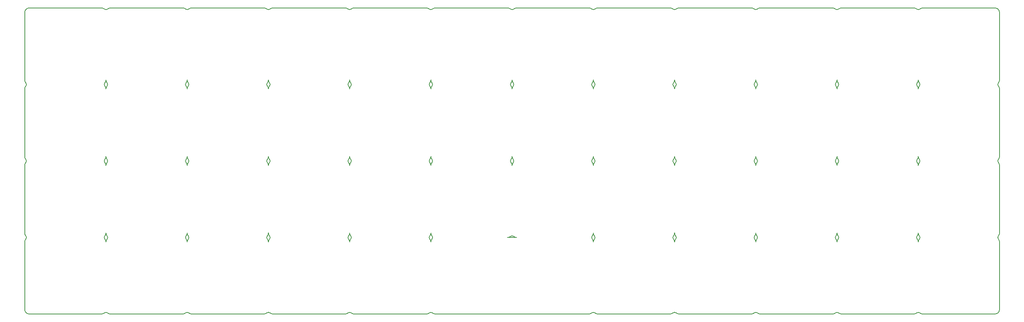
<source format=gbr>
G04 #@! TF.GenerationSoftware,KiCad,Pcbnew,5.1.5+dfsg1-2build2*
G04 #@! TF.CreationDate,2023-07-29T21:16:49+00:00*
G04 #@! TF.ProjectId,planck_routed,706c616e-636b-45f7-926f-757465642e6b,v1.0.0*
G04 #@! TF.SameCoordinates,Original*
G04 #@! TF.FileFunction,Other,Comment*
%FSLAX46Y46*%
G04 Gerber Fmt 4.6, Leading zero omitted, Abs format (unit mm)*
G04 Created by KiCad (PCBNEW 5.1.5+dfsg1-2build2) date 2023-07-29 21:16:49*
%MOMM*%
%LPD*%
G04 APERTURE LIST*
G04 #@! TA.AperFunction,Profile*
%ADD10C,0.150000*%
G04 #@! TD*
G04 APERTURE END LIST*
D10*
X-8000000Y8500000D02*
X8000000Y8500000D01*
X8666667Y8754644D02*
G75*
G02X8000000Y8500000I-666667J745356D01*
G01*
X8745356Y25166667D02*
G75*
G02X9000000Y24500000I-745356J-666667D01*
G01*
X-9000000Y24500000D02*
G75*
G02X-8745356Y25166667I1000000J0D01*
G01*
X-9000000Y24500000D02*
X-9000000Y9500000D01*
X-8000000Y8500000D02*
G75*
G02X-9000000Y9500000I0J1000000D01*
G01*
X9000000Y26500000D02*
G75*
G02X8745356Y25833333I-1000000J0D01*
G01*
X8745356Y42166667D02*
G75*
G02X9000000Y41500000I-745356J-666667D01*
G01*
X-9000000Y41500000D02*
G75*
G02X-8745356Y42166667I1000000J0D01*
G01*
X-9000000Y41500000D02*
X-9000000Y26500000D01*
X-8745356Y25833333D02*
G75*
G02X-9000000Y26500000I745356J666667D01*
G01*
X9000000Y43500000D02*
G75*
G02X8745356Y42833333I-1000000J0D01*
G01*
X8745356Y59166667D02*
G75*
G02X9000000Y58500000I-745356J-666667D01*
G01*
X-9000000Y58500000D02*
G75*
G02X-8745356Y59166667I1000000J0D01*
G01*
X-9000000Y58500000D02*
X-9000000Y43500000D01*
X-8745356Y42833333D02*
G75*
G02X-9000000Y43500000I745356J666667D01*
G01*
X9000000Y60500000D02*
G75*
G02X8745356Y59833333I-1000000J0D01*
G01*
X8000000Y76500000D02*
G75*
G02X8666667Y76245356I0J-1000000D01*
G01*
X8000000Y76500000D02*
X-8000000Y76500000D01*
X-9000000Y75500000D02*
G75*
G02X-8000000Y76500000I1000000J0D01*
G01*
X-9000000Y75500000D02*
X-9000000Y60500000D01*
X-8745356Y59833333D02*
G75*
G02X-9000000Y60500000I745356J666667D01*
G01*
X10000000Y8500000D02*
X26000000Y8500000D01*
X26666667Y8754644D02*
G75*
G02X26000000Y8500000I-666667J745356D01*
G01*
X26745356Y25166667D02*
G75*
G02X27000000Y24500000I-745356J-666667D01*
G01*
X9000000Y24500000D02*
G75*
G02X9254644Y25166667I1000000J0D01*
G01*
X10000000Y8500000D02*
G75*
G02X9333333Y8754644I0J1000000D01*
G01*
X27000000Y26500000D02*
G75*
G02X26745356Y25833333I-1000000J0D01*
G01*
X26745356Y42166667D02*
G75*
G02X27000000Y41500000I-745356J-666667D01*
G01*
X9000000Y41500000D02*
G75*
G02X9254644Y42166667I1000000J0D01*
G01*
X9254644Y25833333D02*
G75*
G02X9000000Y26500000I745356J666667D01*
G01*
X27000000Y43500000D02*
G75*
G02X26745356Y42833333I-1000000J0D01*
G01*
X26745356Y59166667D02*
G75*
G02X27000000Y58500000I-745356J-666667D01*
G01*
X9000000Y58500000D02*
G75*
G02X9254644Y59166667I1000000J0D01*
G01*
X9254644Y42833333D02*
G75*
G02X9000000Y43500000I745356J666667D01*
G01*
X27000000Y60500000D02*
G75*
G02X26745356Y59833333I-1000000J0D01*
G01*
X26000000Y76500000D02*
G75*
G02X26666667Y76245356I0J-1000000D01*
G01*
X26000000Y76500000D02*
X10000000Y76500000D01*
X9333333Y76245356D02*
G75*
G02X10000000Y76500000I666667J-745356D01*
G01*
X9254644Y59833333D02*
G75*
G02X9000000Y60500000I745356J666667D01*
G01*
X28000000Y8500000D02*
X44000000Y8500000D01*
X44666667Y8754644D02*
G75*
G02X44000000Y8500000I-666667J745356D01*
G01*
X44745356Y25166667D02*
G75*
G02X45000000Y24500000I-745356J-666667D01*
G01*
X27000000Y24500000D02*
G75*
G02X27254644Y25166667I1000000J0D01*
G01*
X28000000Y8500000D02*
G75*
G02X27333333Y8754644I0J1000000D01*
G01*
X45000000Y26500000D02*
G75*
G02X44745356Y25833333I-1000000J0D01*
G01*
X44745356Y42166667D02*
G75*
G02X45000000Y41500000I-745356J-666667D01*
G01*
X27000000Y41500000D02*
G75*
G02X27254644Y42166667I1000000J0D01*
G01*
X27254644Y25833333D02*
G75*
G02X27000000Y26500000I745356J666667D01*
G01*
X45000000Y43500000D02*
G75*
G02X44745356Y42833333I-1000000J0D01*
G01*
X44745356Y59166667D02*
G75*
G02X45000000Y58500000I-745356J-666667D01*
G01*
X27000000Y58500000D02*
G75*
G02X27254644Y59166667I1000000J0D01*
G01*
X27254644Y42833333D02*
G75*
G02X27000000Y43500000I745356J666667D01*
G01*
X45000000Y60500000D02*
G75*
G02X44745356Y59833333I-1000000J0D01*
G01*
X44000000Y76500000D02*
G75*
G02X44666667Y76245356I0J-1000000D01*
G01*
X44000000Y76500000D02*
X28000000Y76500000D01*
X27333333Y76245356D02*
G75*
G02X28000000Y76500000I666667J-745356D01*
G01*
X27254644Y59833333D02*
G75*
G02X27000000Y60500000I745356J666667D01*
G01*
X46000000Y8500000D02*
X62000000Y8500000D01*
X62666667Y8754644D02*
G75*
G02X62000000Y8500000I-666667J745356D01*
G01*
X62745356Y25166667D02*
G75*
G02X63000000Y24500000I-745356J-666667D01*
G01*
X45000000Y24500000D02*
G75*
G02X45254644Y25166667I1000000J0D01*
G01*
X46000000Y8500000D02*
G75*
G02X45333333Y8754644I0J1000000D01*
G01*
X63000000Y26500000D02*
G75*
G02X62745356Y25833333I-1000000J0D01*
G01*
X62745356Y42166667D02*
G75*
G02X63000000Y41500000I-745356J-666667D01*
G01*
X45000000Y41500000D02*
G75*
G02X45254644Y42166667I1000000J0D01*
G01*
X45254644Y25833333D02*
G75*
G02X45000000Y26500000I745356J666667D01*
G01*
X63000000Y43500000D02*
G75*
G02X62745356Y42833333I-1000000J0D01*
G01*
X62745356Y59166667D02*
G75*
G02X63000000Y58500000I-745356J-666667D01*
G01*
X45000000Y58500000D02*
G75*
G02X45254644Y59166667I1000000J0D01*
G01*
X45254644Y42833333D02*
G75*
G02X45000000Y43500000I745356J666667D01*
G01*
X63000000Y60500000D02*
G75*
G02X62745356Y59833333I-1000000J0D01*
G01*
X62000000Y76500000D02*
G75*
G02X62666667Y76245356I0J-1000000D01*
G01*
X62000000Y76500000D02*
X46000000Y76500000D01*
X45333333Y76245356D02*
G75*
G02X46000000Y76500000I666667J-745356D01*
G01*
X45254644Y59833333D02*
G75*
G02X45000000Y60500000I745356J666667D01*
G01*
X64000000Y8500000D02*
X80000000Y8500000D01*
X80666667Y8754644D02*
G75*
G02X80000000Y8500000I-666667J745356D01*
G01*
X80745356Y25166667D02*
G75*
G02X81000000Y24500000I-745356J-666667D01*
G01*
X63000000Y24500000D02*
G75*
G02X63254644Y25166667I1000000J0D01*
G01*
X64000000Y8500000D02*
G75*
G02X63333333Y8754644I0J1000000D01*
G01*
X81000000Y26500000D02*
G75*
G02X80745356Y25833333I-1000000J0D01*
G01*
X80745356Y42166667D02*
G75*
G02X81000000Y41500000I-745356J-666667D01*
G01*
X63000000Y41500000D02*
G75*
G02X63254644Y42166667I1000000J0D01*
G01*
X63254644Y25833333D02*
G75*
G02X63000000Y26500000I745356J666667D01*
G01*
X81000000Y43500000D02*
G75*
G02X80745356Y42833333I-1000000J0D01*
G01*
X80745356Y59166667D02*
G75*
G02X81000000Y58500000I-745356J-666667D01*
G01*
X63000000Y58500000D02*
G75*
G02X63254644Y59166667I1000000J0D01*
G01*
X63254644Y42833333D02*
G75*
G02X63000000Y43500000I745356J666667D01*
G01*
X81000000Y60500000D02*
G75*
G02X80745356Y59833333I-1000000J0D01*
G01*
X80000000Y76500000D02*
G75*
G02X80666667Y76245356I0J-1000000D01*
G01*
X80000000Y76500000D02*
X64000000Y76500000D01*
X63333333Y76245356D02*
G75*
G02X64000000Y76500000I666667J-745356D01*
G01*
X63254644Y59833333D02*
G75*
G02X63000000Y60500000I745356J666667D01*
G01*
X82000000Y8500000D02*
X116000000Y8500000D01*
X81000000Y24500000D02*
G75*
G02X81254644Y25166667I1000000J0D01*
G01*
X82000000Y8500000D02*
G75*
G02X81333333Y8754644I0J1000000D01*
G01*
X98666667Y25754644D02*
G75*
G02X98000000Y25500000I-666667J745356D01*
G01*
X98745356Y42166667D02*
G75*
G02X99000000Y41500000I-745356J-666667D01*
G01*
X81000000Y41500000D02*
G75*
G02X81254644Y42166667I1000000J0D01*
G01*
X81254644Y25833333D02*
G75*
G02X81000000Y26500000I745356J666667D01*
G01*
X99000000Y43500000D02*
G75*
G02X98745356Y42833333I-1000000J0D01*
G01*
X98745356Y59166667D02*
G75*
G02X99000000Y58500000I-745356J-666667D01*
G01*
X81000000Y58500000D02*
G75*
G02X81254644Y59166667I1000000J0D01*
G01*
X81254644Y42833333D02*
G75*
G02X81000000Y43500000I745356J666667D01*
G01*
X99000000Y60500000D02*
G75*
G02X98745356Y59833333I-1000000J0D01*
G01*
X98000000Y76500000D02*
G75*
G02X98666667Y76245356I0J-1000000D01*
G01*
X98000000Y76500000D02*
X82000000Y76500000D01*
X81333333Y76245356D02*
G75*
G02X82000000Y76500000I666667J-745356D01*
G01*
X81254644Y59833333D02*
G75*
G02X81000000Y60500000I745356J666667D01*
G01*
X100000000Y25500000D02*
X98000000Y25500000D01*
X116666667Y8754644D02*
G75*
G02X116000000Y8500000I-666667J745356D01*
G01*
X116745356Y25166667D02*
G75*
G02X117000000Y24500000I-745356J-666667D01*
G01*
X117000000Y26500000D02*
G75*
G02X116745356Y25833333I-1000000J0D01*
G01*
X116745356Y42166667D02*
G75*
G02X117000000Y41500000I-745356J-666667D01*
G01*
X99000000Y41500000D02*
G75*
G02X99254644Y42166667I1000000J0D01*
G01*
X100000000Y25500000D02*
G75*
G02X99333333Y25754644I0J1000000D01*
G01*
X117000000Y43500000D02*
G75*
G02X116745356Y42833333I-1000000J0D01*
G01*
X116745356Y59166667D02*
G75*
G02X117000000Y58500000I-745356J-666667D01*
G01*
X99000000Y58500000D02*
G75*
G02X99254644Y59166667I1000000J0D01*
G01*
X99254644Y42833333D02*
G75*
G02X99000000Y43500000I745356J666667D01*
G01*
X117000000Y60500000D02*
G75*
G02X116745356Y59833333I-1000000J0D01*
G01*
X116000000Y76500000D02*
G75*
G02X116666667Y76245356I0J-1000000D01*
G01*
X116000000Y76500000D02*
X100000000Y76500000D01*
X99333333Y76245356D02*
G75*
G02X100000000Y76500000I666667J-745356D01*
G01*
X99254644Y59833333D02*
G75*
G02X99000000Y60500000I745356J666667D01*
G01*
X118000000Y8500000D02*
X134000000Y8500000D01*
X134666667Y8754644D02*
G75*
G02X134000000Y8500000I-666667J745356D01*
G01*
X134745356Y25166667D02*
G75*
G02X135000000Y24500000I-745356J-666667D01*
G01*
X117000000Y24500000D02*
G75*
G02X117254644Y25166667I1000000J0D01*
G01*
X118000000Y8500000D02*
G75*
G02X117333333Y8754644I0J1000000D01*
G01*
X135000000Y26500000D02*
G75*
G02X134745356Y25833333I-1000000J0D01*
G01*
X134745356Y42166667D02*
G75*
G02X135000000Y41500000I-745356J-666667D01*
G01*
X117000000Y41500000D02*
G75*
G02X117254644Y42166667I1000000J0D01*
G01*
X117254644Y25833333D02*
G75*
G02X117000000Y26500000I745356J666667D01*
G01*
X135000000Y43500000D02*
G75*
G02X134745356Y42833333I-1000000J0D01*
G01*
X134745356Y59166667D02*
G75*
G02X135000000Y58500000I-745356J-666667D01*
G01*
X117000000Y58500000D02*
G75*
G02X117254644Y59166667I1000000J0D01*
G01*
X117254644Y42833333D02*
G75*
G02X117000000Y43500000I745356J666667D01*
G01*
X135000000Y60500000D02*
G75*
G02X134745356Y59833333I-1000000J0D01*
G01*
X134000000Y76500000D02*
G75*
G02X134666667Y76245356I0J-1000000D01*
G01*
X134000000Y76500000D02*
X118000000Y76500000D01*
X117333333Y76245356D02*
G75*
G02X118000000Y76500000I666667J-745356D01*
G01*
X117254644Y59833333D02*
G75*
G02X117000000Y60500000I745356J666667D01*
G01*
X136000000Y8500000D02*
X152000000Y8500000D01*
X152666667Y8754644D02*
G75*
G02X152000000Y8500000I-666667J745356D01*
G01*
X152745356Y25166667D02*
G75*
G02X153000000Y24500000I-745356J-666667D01*
G01*
X135000000Y24500000D02*
G75*
G02X135254644Y25166667I1000000J0D01*
G01*
X136000000Y8500000D02*
G75*
G02X135333333Y8754644I0J1000000D01*
G01*
X153000000Y26500000D02*
G75*
G02X152745356Y25833333I-1000000J0D01*
G01*
X152745356Y42166667D02*
G75*
G02X153000000Y41500000I-745356J-666667D01*
G01*
X135000000Y41500000D02*
G75*
G02X135254644Y42166667I1000000J0D01*
G01*
X135254644Y25833333D02*
G75*
G02X135000000Y26500000I745356J666667D01*
G01*
X153000000Y43500000D02*
G75*
G02X152745356Y42833333I-1000000J0D01*
G01*
X152745356Y59166667D02*
G75*
G02X153000000Y58500000I-745356J-666667D01*
G01*
X135000000Y58500000D02*
G75*
G02X135254644Y59166667I1000000J0D01*
G01*
X135254644Y42833333D02*
G75*
G02X135000000Y43500000I745356J666667D01*
G01*
X153000000Y60500000D02*
G75*
G02X152745356Y59833333I-1000000J0D01*
G01*
X152000000Y76500000D02*
G75*
G02X152666667Y76245356I0J-1000000D01*
G01*
X152000000Y76500000D02*
X136000000Y76500000D01*
X135333333Y76245356D02*
G75*
G02X136000000Y76500000I666667J-745356D01*
G01*
X135254644Y59833333D02*
G75*
G02X135000000Y60500000I745356J666667D01*
G01*
X154000000Y8500000D02*
X170000000Y8500000D01*
X170666667Y8754644D02*
G75*
G02X170000000Y8500000I-666667J745356D01*
G01*
X170745356Y25166667D02*
G75*
G02X171000000Y24500000I-745356J-666667D01*
G01*
X153000000Y24500000D02*
G75*
G02X153254644Y25166667I1000000J0D01*
G01*
X154000000Y8500000D02*
G75*
G02X153333333Y8754644I0J1000000D01*
G01*
X171000000Y26500000D02*
G75*
G02X170745356Y25833333I-1000000J0D01*
G01*
X170745356Y42166667D02*
G75*
G02X171000000Y41500000I-745356J-666667D01*
G01*
X153000000Y41500000D02*
G75*
G02X153254644Y42166667I1000000J0D01*
G01*
X153254644Y25833333D02*
G75*
G02X153000000Y26500000I745356J666667D01*
G01*
X171000000Y43500000D02*
G75*
G02X170745356Y42833333I-1000000J0D01*
G01*
X170745356Y59166667D02*
G75*
G02X171000000Y58500000I-745356J-666667D01*
G01*
X153000000Y58500000D02*
G75*
G02X153254644Y59166667I1000000J0D01*
G01*
X153254644Y42833333D02*
G75*
G02X153000000Y43500000I745356J666667D01*
G01*
X171000000Y60500000D02*
G75*
G02X170745356Y59833333I-1000000J0D01*
G01*
X170000000Y76500000D02*
G75*
G02X170666667Y76245356I0J-1000000D01*
G01*
X170000000Y76500000D02*
X154000000Y76500000D01*
X153333333Y76245356D02*
G75*
G02X154000000Y76500000I666667J-745356D01*
G01*
X153254644Y59833333D02*
G75*
G02X153000000Y60500000I745356J666667D01*
G01*
X172000000Y8500000D02*
X188000000Y8500000D01*
X188666667Y8754644D02*
G75*
G02X188000000Y8500000I-666667J745356D01*
G01*
X188745356Y25166667D02*
G75*
G02X189000000Y24500000I-745356J-666667D01*
G01*
X171000000Y24500000D02*
G75*
G02X171254644Y25166667I1000000J0D01*
G01*
X172000000Y8500000D02*
G75*
G02X171333333Y8754644I0J1000000D01*
G01*
X189000000Y26500000D02*
G75*
G02X188745356Y25833333I-1000000J0D01*
G01*
X188745356Y42166667D02*
G75*
G02X189000000Y41500000I-745356J-666667D01*
G01*
X171000000Y41500000D02*
G75*
G02X171254644Y42166667I1000000J0D01*
G01*
X171254644Y25833333D02*
G75*
G02X171000000Y26500000I745356J666667D01*
G01*
X189000000Y43500000D02*
G75*
G02X188745356Y42833333I-1000000J0D01*
G01*
X188745356Y59166667D02*
G75*
G02X189000000Y58500000I-745356J-666667D01*
G01*
X171000000Y58500000D02*
G75*
G02X171254644Y59166667I1000000J0D01*
G01*
X171254644Y42833333D02*
G75*
G02X171000000Y43500000I745356J666667D01*
G01*
X189000000Y60500000D02*
G75*
G02X188745356Y59833333I-1000000J0D01*
G01*
X188000000Y76500000D02*
G75*
G02X188666667Y76245356I0J-1000000D01*
G01*
X188000000Y76500000D02*
X172000000Y76500000D01*
X171333333Y76245356D02*
G75*
G02X172000000Y76500000I666667J-745356D01*
G01*
X171254644Y59833333D02*
G75*
G02X171000000Y60500000I745356J666667D01*
G01*
X190000000Y8500000D02*
X206000000Y8500000D01*
X207000000Y9500000D02*
G75*
G02X206000000Y8500000I-1000000J0D01*
G01*
X207000000Y9500000D02*
X207000000Y24500000D01*
X206745356Y25166667D02*
G75*
G02X207000000Y24500000I-745356J-666667D01*
G01*
X189000000Y24500000D02*
G75*
G02X189254644Y25166667I1000000J0D01*
G01*
X190000000Y8500000D02*
G75*
G02X189333333Y8754644I0J1000000D01*
G01*
X207000000Y26500000D02*
G75*
G02X206745356Y25833333I-1000000J0D01*
G01*
X207000000Y26500000D02*
X207000000Y41500000D01*
X206745356Y42166667D02*
G75*
G02X207000000Y41500000I-745356J-666667D01*
G01*
X189000000Y41500000D02*
G75*
G02X189254644Y42166667I1000000J0D01*
G01*
X189254644Y25833333D02*
G75*
G02X189000000Y26500000I745356J666667D01*
G01*
X207000000Y43500000D02*
G75*
G02X206745356Y42833333I-1000000J0D01*
G01*
X207000000Y43500000D02*
X207000000Y58500000D01*
X206745356Y59166667D02*
G75*
G02X207000000Y58500000I-745356J-666667D01*
G01*
X189000000Y58500000D02*
G75*
G02X189254644Y59166667I1000000J0D01*
G01*
X189254644Y42833333D02*
G75*
G02X189000000Y43500000I745356J666667D01*
G01*
X207000000Y60500000D02*
G75*
G02X206745356Y59833333I-1000000J0D01*
G01*
X207000000Y60500000D02*
X207000000Y75500000D01*
X206000000Y76500000D02*
G75*
G02X207000000Y75500000I0J-1000000D01*
G01*
X206000000Y76500000D02*
X190000000Y76500000D01*
X189333333Y76245356D02*
G75*
G02X190000000Y76500000I666667J-745356D01*
G01*
X189254644Y59833333D02*
G75*
G02X189000000Y60500000I745356J666667D01*
G01*
X8666666Y8754644D02*
G75*
G02X9333333Y8754644I333334J-372678D01*
G01*
X26666666Y8754644D02*
G75*
G02X27333333Y8754644I333334J-372678D01*
G01*
X44666666Y8754644D02*
G75*
G02X45333333Y8754644I333334J-372678D01*
G01*
X62666666Y8754644D02*
G75*
G02X63333333Y8754644I333334J-372678D01*
G01*
X80666666Y8754644D02*
G75*
G02X81333333Y8754644I333334J-372678D01*
G01*
X116666666Y8754644D02*
G75*
G02X117333333Y8754644I333334J-372678D01*
G01*
X134666666Y8754644D02*
G75*
G02X135333333Y8754644I333334J-372678D01*
G01*
X152666666Y8754644D02*
G75*
G02X153333333Y8754644I333334J-372678D01*
G01*
X170666666Y8754644D02*
G75*
G02X171333333Y8754644I333334J-372678D01*
G01*
X188666666Y8754644D02*
G75*
G02X189333333Y8754644I333334J-372678D01*
G01*
X206745356Y25166666D02*
G75*
G02X206745356Y25833333I372678J333334D01*
G01*
X206745356Y42166666D02*
G75*
G02X206745356Y42833333I372678J333334D01*
G01*
X206745356Y59166666D02*
G75*
G02X206745356Y59833333I372678J333334D01*
G01*
X189333334Y76245356D02*
G75*
G02X188666667Y76245356I-333334J372678D01*
G01*
X171333334Y76245356D02*
G75*
G02X170666667Y76245356I-333334J372678D01*
G01*
X153333334Y76245356D02*
G75*
G02X152666667Y76245356I-333334J372678D01*
G01*
X135333334Y76245356D02*
G75*
G02X134666667Y76245356I-333334J372678D01*
G01*
X117333334Y76245356D02*
G75*
G02X116666667Y76245356I-333334J372678D01*
G01*
X99333334Y76245356D02*
G75*
G02X98666667Y76245356I-333334J372678D01*
G01*
X81333334Y76245356D02*
G75*
G02X80666667Y76245356I-333334J372678D01*
G01*
X63333334Y76245356D02*
G75*
G02X62666667Y76245356I-333334J372678D01*
G01*
X45333334Y76245356D02*
G75*
G02X44666667Y76245356I-333334J372678D01*
G01*
X27333334Y76245356D02*
G75*
G02X26666667Y76245356I-333334J372678D01*
G01*
X9333334Y76245356D02*
G75*
G02X8666667Y76245356I-333334J372678D01*
G01*
X-8745356Y59833334D02*
G75*
G02X-8745356Y59166667I-372678J-333334D01*
G01*
X-8745356Y42833334D02*
G75*
G02X-8745356Y42166667I-372678J-333334D01*
G01*
X-8745356Y25833334D02*
G75*
G02X-8745356Y25166667I-372678J-333334D01*
G01*
X8745356Y25166666D02*
G75*
G02X8745356Y25833333I372678J333334D01*
G01*
X9254644Y25833334D02*
G75*
G02X9254644Y25166667I-372678J-333334D01*
G01*
X8745356Y42166666D02*
G75*
G02X8745356Y42833333I372678J333334D01*
G01*
X9254644Y42833334D02*
G75*
G02X9254644Y42166667I-372678J-333334D01*
G01*
X8745356Y59166666D02*
G75*
G02X8745356Y59833333I372678J333334D01*
G01*
X9254644Y59833334D02*
G75*
G02X9254644Y59166667I-372678J-333334D01*
G01*
X26745356Y25166666D02*
G75*
G02X26745356Y25833333I372678J333334D01*
G01*
X27254644Y25833334D02*
G75*
G02X27254644Y25166667I-372678J-333334D01*
G01*
X26745356Y42166666D02*
G75*
G02X26745356Y42833333I372678J333334D01*
G01*
X27254644Y42833334D02*
G75*
G02X27254644Y42166667I-372678J-333334D01*
G01*
X26745356Y59166666D02*
G75*
G02X26745356Y59833333I372678J333334D01*
G01*
X27254644Y59833334D02*
G75*
G02X27254644Y59166667I-372678J-333334D01*
G01*
X44745356Y25166666D02*
G75*
G02X44745356Y25833333I372678J333334D01*
G01*
X45254644Y25833334D02*
G75*
G02X45254644Y25166667I-372678J-333334D01*
G01*
X44745356Y42166666D02*
G75*
G02X44745356Y42833333I372678J333334D01*
G01*
X45254644Y42833334D02*
G75*
G02X45254644Y42166667I-372678J-333334D01*
G01*
X44745356Y59166666D02*
G75*
G02X44745356Y59833333I372678J333334D01*
G01*
X45254644Y59833334D02*
G75*
G02X45254644Y59166667I-372678J-333334D01*
G01*
X62745356Y25166666D02*
G75*
G02X62745356Y25833333I372678J333334D01*
G01*
X63254644Y25833334D02*
G75*
G02X63254644Y25166667I-372678J-333334D01*
G01*
X62745356Y42166666D02*
G75*
G02X62745356Y42833333I372678J333334D01*
G01*
X63254644Y42833334D02*
G75*
G02X63254644Y42166667I-372678J-333334D01*
G01*
X62745356Y59166666D02*
G75*
G02X62745356Y59833333I372678J333334D01*
G01*
X63254644Y59833334D02*
G75*
G02X63254644Y59166667I-372678J-333334D01*
G01*
X80745356Y25166666D02*
G75*
G02X80745356Y25833333I372678J333334D01*
G01*
X81254644Y25833334D02*
G75*
G02X81254644Y25166667I-372678J-333334D01*
G01*
X80745356Y42166666D02*
G75*
G02X80745356Y42833333I372678J333334D01*
G01*
X81254644Y42833334D02*
G75*
G02X81254644Y42166667I-372678J-333334D01*
G01*
X80745356Y59166666D02*
G75*
G02X80745356Y59833333I372678J333334D01*
G01*
X81254644Y59833334D02*
G75*
G02X81254644Y59166667I-372678J-333334D01*
G01*
X98745356Y42166666D02*
G75*
G02X98745356Y42833333I372678J333334D01*
G01*
X99254644Y42833334D02*
G75*
G02X99254644Y42166667I-372678J-333334D01*
G01*
X98745356Y59166666D02*
G75*
G02X98745356Y59833333I372678J333334D01*
G01*
X99254644Y59833334D02*
G75*
G02X99254644Y59166667I-372678J-333334D01*
G01*
X116745356Y25166666D02*
G75*
G02X116745356Y25833333I372678J333334D01*
G01*
X117254644Y25833334D02*
G75*
G02X117254644Y25166667I-372678J-333334D01*
G01*
X116745356Y42166666D02*
G75*
G02X116745356Y42833333I372678J333334D01*
G01*
X117254644Y42833334D02*
G75*
G02X117254644Y42166667I-372678J-333334D01*
G01*
X116745356Y59166666D02*
G75*
G02X116745356Y59833333I372678J333334D01*
G01*
X117254644Y59833334D02*
G75*
G02X117254644Y59166667I-372678J-333334D01*
G01*
X134745356Y25166666D02*
G75*
G02X134745356Y25833333I372678J333334D01*
G01*
X135254644Y25833334D02*
G75*
G02X135254644Y25166667I-372678J-333334D01*
G01*
X134745356Y42166666D02*
G75*
G02X134745356Y42833333I372678J333334D01*
G01*
X135254644Y42833334D02*
G75*
G02X135254644Y42166667I-372678J-333334D01*
G01*
X134745356Y59166666D02*
G75*
G02X134745356Y59833333I372678J333334D01*
G01*
X135254644Y59833334D02*
G75*
G02X135254644Y59166667I-372678J-333334D01*
G01*
X152745356Y25166666D02*
G75*
G02X152745356Y25833333I372678J333334D01*
G01*
X153254644Y25833334D02*
G75*
G02X153254644Y25166667I-372678J-333334D01*
G01*
X152745356Y42166666D02*
G75*
G02X152745356Y42833333I372678J333334D01*
G01*
X153254644Y42833334D02*
G75*
G02X153254644Y42166667I-372678J-333334D01*
G01*
X152745356Y59166666D02*
G75*
G02X152745356Y59833333I372678J333334D01*
G01*
X153254644Y59833334D02*
G75*
G02X153254644Y59166667I-372678J-333334D01*
G01*
X170745356Y25166666D02*
G75*
G02X170745356Y25833333I372678J333334D01*
G01*
X171254644Y25833334D02*
G75*
G02X171254644Y25166667I-372678J-333334D01*
G01*
X170745356Y42166666D02*
G75*
G02X170745356Y42833333I372678J333334D01*
G01*
X171254644Y42833334D02*
G75*
G02X171254644Y42166667I-372678J-333334D01*
G01*
X170745356Y59166666D02*
G75*
G02X170745356Y59833333I372678J333334D01*
G01*
X171254644Y59833334D02*
G75*
G02X171254644Y59166667I-372678J-333334D01*
G01*
X188745356Y25166666D02*
G75*
G02X188745356Y25833333I372678J333334D01*
G01*
X189254644Y25833334D02*
G75*
G02X189254644Y25166667I-372678J-333334D01*
G01*
X188745356Y42166666D02*
G75*
G02X188745356Y42833333I372678J333334D01*
G01*
X189254644Y42833334D02*
G75*
G02X189254644Y42166667I-372678J-333334D01*
G01*
X188745356Y59166666D02*
G75*
G02X188745356Y59833333I372678J333334D01*
G01*
X189254644Y59833334D02*
G75*
G02X189254644Y59166667I-372678J-333334D01*
G01*
X98666666Y25754644D02*
G75*
G02X99333333Y25754644I333334J-372678D01*
G01*
M02*

</source>
